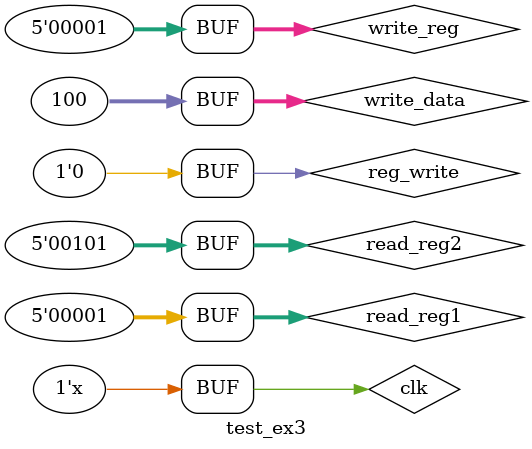
<source format=v>
`timescale 1ns / 1ps


module test_ex3;
    reg clk, reg_write;
    reg [4:0] read_reg1, read_reg2, write_reg;
    reg [31:0] write_data;
    wire [31:0] read_data1, read_data2;
    
    registers regs(clk, reg_write, read_reg1, read_reg2, write_reg,
                   write_data, read_data1, read_data2);
    always #10 clk = ~clk;
    
    initial begin
        clk = 1; read_reg1 = 0; read_reg2 = 0; write_reg = 0; write_data = 0;
        reg_write = 0;
        
        #10 
        read_reg1 = 1;
        read_reg2 = 2;
        
        #10
        reg_write = 1;
        write_reg = 1;
        write_data = 100;
        read_reg1 = 4;
        read_reg2 = 5;
        
        #10 
        reg_write = 0;
        read_reg1 = 1;
        read_reg2 = 5;
    end
endmodule

</source>
